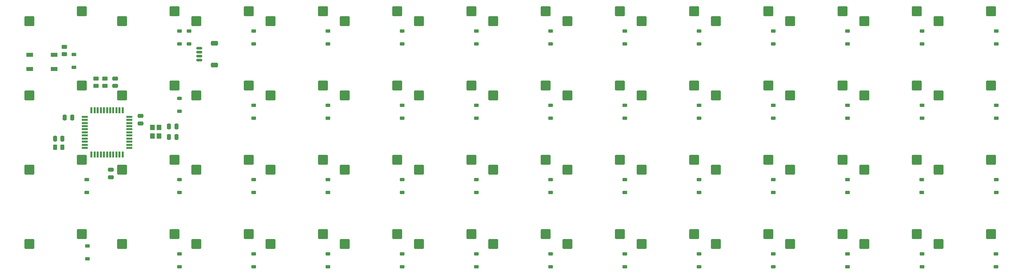
<source format=gbr>
%TF.GenerationSoftware,KiCad,Pcbnew,7.0.1-0*%
%TF.CreationDate,2023-08-02T22:10:15-05:00*%
%TF.ProjectId,pcb,7063622e-6b69-4636-9164-5f7063625858,rev?*%
%TF.SameCoordinates,Original*%
%TF.FileFunction,Paste,Bot*%
%TF.FilePolarity,Positive*%
%FSLAX46Y46*%
G04 Gerber Fmt 4.6, Leading zero omitted, Abs format (unit mm)*
G04 Created by KiCad (PCBNEW 7.0.1-0) date 2023-08-02 22:10:15*
%MOMM*%
%LPD*%
G01*
G04 APERTURE LIST*
G04 Aperture macros list*
%AMRoundRect*
0 Rectangle with rounded corners*
0 $1 Rounding radius*
0 $2 $3 $4 $5 $6 $7 $8 $9 X,Y pos of 4 corners*
0 Add a 4 corners polygon primitive as box body*
4,1,4,$2,$3,$4,$5,$6,$7,$8,$9,$2,$3,0*
0 Add four circle primitives for the rounded corners*
1,1,$1+$1,$2,$3*
1,1,$1+$1,$4,$5*
1,1,$1+$1,$6,$7*
1,1,$1+$1,$8,$9*
0 Add four rect primitives between the rounded corners*
20,1,$1+$1,$2,$3,$4,$5,0*
20,1,$1+$1,$4,$5,$6,$7,0*
20,1,$1+$1,$6,$7,$8,$9,0*
20,1,$1+$1,$8,$9,$2,$3,0*%
G04 Aperture macros list end*
%ADD10RoundRect,0.225000X0.375000X-0.225000X0.375000X0.225000X-0.375000X0.225000X-0.375000X-0.225000X0*%
%ADD11RoundRect,0.250000X-0.475000X0.250000X-0.475000X-0.250000X0.475000X-0.250000X0.475000X0.250000X0*%
%ADD12RoundRect,0.250000X-0.450000X0.262500X-0.450000X-0.262500X0.450000X-0.262500X0.450000X0.262500X0*%
%ADD13RoundRect,0.250000X1.025000X1.000000X-1.025000X1.000000X-1.025000X-1.000000X1.025000X-1.000000X0*%
%ADD14RoundRect,0.250000X-0.250000X-0.475000X0.250000X-0.475000X0.250000X0.475000X-0.250000X0.475000X0*%
%ADD15RoundRect,0.250000X0.450000X-0.262500X0.450000X0.262500X-0.450000X0.262500X-0.450000X-0.262500X0*%
%ADD16RoundRect,0.250000X0.250000X0.475000X-0.250000X0.475000X-0.250000X-0.475000X0.250000X-0.475000X0*%
%ADD17R,1.200000X1.400000*%
%ADD18RoundRect,0.250000X0.475000X-0.250000X0.475000X0.250000X-0.475000X0.250000X-0.475000X-0.250000X0*%
%ADD19RoundRect,0.150000X-0.625000X0.150000X-0.625000X-0.150000X0.625000X-0.150000X0.625000X0.150000X0*%
%ADD20RoundRect,0.250000X-0.650000X0.350000X-0.650000X-0.350000X0.650000X-0.350000X0.650000X0.350000X0*%
%ADD21RoundRect,0.250000X-0.262500X-0.450000X0.262500X-0.450000X0.262500X0.450000X-0.262500X0.450000X0*%
%ADD22R,0.550000X1.500000*%
%ADD23R,1.500000X0.550000*%
%ADD24R,1.800000X1.100000*%
G04 APERTURE END LIST*
D10*
%TO.C,D7*%
X163368756Y-33075000D03*
X163368756Y-29775000D03*
%TD*%
D11*
%TO.C,C4*%
X58075000Y-51550000D03*
X58075000Y-53450000D03*
%TD*%
D12*
%TO.C,RSW1*%
X38500000Y-33837500D03*
X38500000Y-35662500D03*
%TD*%
D10*
%TO.C,D8*%
X182418756Y-33075000D03*
X182418756Y-29775000D03*
%TD*%
%TO.C,D14*%
X40950000Y-39050000D03*
X40950000Y-35750000D03*
%TD*%
D13*
%TO.C,MX42*%
X72411942Y-84375698D03*
X85861942Y-81835698D03*
%TD*%
D10*
%TO.C,D35*%
X201468756Y-71200000D03*
X201468756Y-67900000D03*
%TD*%
%TO.C,D11*%
X239568756Y-33075000D03*
X239568756Y-29775000D03*
%TD*%
D12*
%TO.C,R3*%
X48975000Y-41962500D03*
X48975000Y-43787500D03*
%TD*%
D13*
%TO.C,MX9*%
X186712038Y-27225650D03*
X200162038Y-24685650D03*
%TD*%
%TO.C,MX3*%
X72411942Y-27225650D03*
X85861942Y-24685650D03*
%TD*%
D10*
%TO.C,D39*%
X277700000Y-71200000D03*
X277700000Y-67900000D03*
%TD*%
D13*
%TO.C,MX41*%
X53361926Y-84375698D03*
X66811926Y-81835698D03*
%TD*%
%TO.C,MX25*%
X243862086Y-46275666D03*
X257312086Y-43735666D03*
%TD*%
%TO.C,MX22*%
X186712038Y-46275666D03*
X200162038Y-43735666D03*
%TD*%
%TO.C,MX49*%
X205762054Y-84375698D03*
X219212054Y-81835698D03*
%TD*%
D10*
%TO.C,D46*%
X163368756Y-90200000D03*
X163368756Y-86900000D03*
%TD*%
%TO.C,D40*%
X44425000Y-88200000D03*
X44425000Y-84900000D03*
%TD*%
D13*
%TO.C,MX10*%
X205762054Y-27225650D03*
X219212054Y-24685650D03*
%TD*%
D14*
%TO.C,CX1*%
X65400000Y-54200000D03*
X67300000Y-54200000D03*
%TD*%
D15*
%TO.C,R2*%
X46675000Y-43787500D03*
X46675000Y-41962500D03*
%TD*%
D16*
%TO.C,C1*%
X40550000Y-51925000D03*
X38650000Y-51925000D03*
%TD*%
D10*
%TO.C,D4*%
X106218756Y-33075000D03*
X106218756Y-29775000D03*
%TD*%
D17*
%TO.C,Y1*%
X62800000Y-54475000D03*
X62800000Y-56675000D03*
X61100000Y-56675000D03*
X61100000Y-54475000D03*
%TD*%
D16*
%TO.C,C2*%
X38050000Y-57375000D03*
X36150000Y-57375000D03*
%TD*%
D13*
%TO.C,MX19*%
X129561990Y-46275666D03*
X143011990Y-43735666D03*
%TD*%
D10*
%TO.C,D29*%
X87168756Y-71200000D03*
X87168756Y-67900000D03*
%TD*%
D13*
%TO.C,MX21*%
X167662022Y-46275666D03*
X181112022Y-43735666D03*
%TD*%
D10*
%TO.C,D24*%
X239568756Y-52125000D03*
X239568756Y-48825000D03*
%TD*%
%TO.C,D31*%
X125268756Y-71200000D03*
X125268756Y-67900000D03*
%TD*%
%TO.C,D45*%
X144318756Y-90200000D03*
X144318756Y-86900000D03*
%TD*%
%TO.C,D16*%
X87168756Y-52125000D03*
X87168756Y-48825000D03*
%TD*%
%TO.C,D41*%
X68118756Y-90200000D03*
X68118756Y-86900000D03*
%TD*%
D13*
%TO.C,MX16*%
X72411942Y-46275666D03*
X85861942Y-43735666D03*
%TD*%
D10*
%TO.C,D13*%
X277675000Y-33075000D03*
X277675000Y-29775000D03*
%TD*%
D13*
%TO.C,MX32*%
X129561990Y-65325682D03*
X143011990Y-62785682D03*
%TD*%
D10*
%TO.C,D49*%
X220518756Y-90200000D03*
X220518756Y-86900000D03*
%TD*%
D13*
%TO.C,MX8*%
X167662022Y-27225650D03*
X181112022Y-24685650D03*
%TD*%
D10*
%TO.C,D51*%
X258625000Y-90200000D03*
X258625000Y-86900000D03*
%TD*%
%TO.C,D50*%
X239568756Y-90200000D03*
X239568756Y-86900000D03*
%TD*%
D18*
%TO.C,C5*%
X51600000Y-43825000D03*
X51600000Y-41925000D03*
%TD*%
D10*
%TO.C,D52*%
X277668748Y-90200000D03*
X277668748Y-86900000D03*
%TD*%
D13*
%TO.C,MX33*%
X148612006Y-65325682D03*
X162062006Y-62785682D03*
%TD*%
D10*
%TO.C,D37*%
X239568756Y-71200000D03*
X239568756Y-67900000D03*
%TD*%
%TO.C,D3*%
X87168756Y-33075000D03*
X87168756Y-29775000D03*
%TD*%
D11*
%TO.C,C3*%
X50450000Y-65350000D03*
X50450000Y-67250000D03*
%TD*%
D13*
%TO.C,MX37*%
X224812070Y-65325682D03*
X238262070Y-62785682D03*
%TD*%
D10*
%TO.C,D18*%
X125268756Y-52125000D03*
X125268756Y-48825000D03*
%TD*%
%TO.C,D28*%
X68118756Y-71200000D03*
X68118756Y-67900000D03*
%TD*%
D13*
%TO.C,MX34*%
X167662022Y-65325682D03*
X181112022Y-62785682D03*
%TD*%
%TO.C,MX28*%
X53361926Y-65325682D03*
X66811926Y-62785682D03*
%TD*%
%TO.C,MX47*%
X167662022Y-84375698D03*
X181112022Y-81835698D03*
%TD*%
D10*
%TO.C,D32*%
X144318756Y-71200000D03*
X144318756Y-67900000D03*
%TD*%
D13*
%TO.C,MX45*%
X129561990Y-84375698D03*
X143011990Y-81835698D03*
%TD*%
D10*
%TO.C,D5*%
X125268756Y-33075000D03*
X125268756Y-29775000D03*
%TD*%
D13*
%TO.C,MX4*%
X91461958Y-27225650D03*
X104911958Y-24685650D03*
%TD*%
D10*
%TO.C,D27*%
X44306252Y-71200000D03*
X44306252Y-67900000D03*
%TD*%
D13*
%TO.C,MX29*%
X72411942Y-65325682D03*
X85861942Y-62785682D03*
%TD*%
%TO.C,MX7*%
X148612006Y-27225650D03*
X162062006Y-24685650D03*
%TD*%
D10*
%TO.C,D48*%
X201468756Y-90200000D03*
X201468756Y-86900000D03*
%TD*%
%TO.C,D34*%
X182418756Y-71200000D03*
X182418756Y-67900000D03*
%TD*%
D13*
%TO.C,MX18*%
X110511974Y-46275666D03*
X123961974Y-43735666D03*
%TD*%
D10*
%TO.C,D20*%
X163368756Y-52125000D03*
X163368756Y-48825000D03*
%TD*%
D13*
%TO.C,MX39*%
X262912102Y-65325682D03*
X276362102Y-62785682D03*
%TD*%
D19*
%TO.C,J3*%
X73175000Y-34175000D03*
X73175000Y-35175000D03*
X73175000Y-36175000D03*
X73175000Y-37175000D03*
D20*
X77050000Y-32875000D03*
X77050000Y-38475000D03*
%TD*%
D13*
%TO.C,MX24*%
X224812070Y-46275666D03*
X238262070Y-43735666D03*
%TD*%
D10*
%TO.C,D19*%
X144318756Y-52125000D03*
X144318756Y-48825000D03*
%TD*%
D13*
%TO.C,MX43*%
X91461958Y-84375698D03*
X104911958Y-81835698D03*
%TD*%
%TO.C,MX13*%
X262912102Y-27225650D03*
X276362102Y-24685650D03*
%TD*%
%TO.C,MX6*%
X129561990Y-27225650D03*
X143011990Y-24685650D03*
%TD*%
%TO.C,MX36*%
X205762054Y-65325682D03*
X219212054Y-62785682D03*
%TD*%
D21*
%TO.C,R1*%
X36187500Y-59575000D03*
X38012500Y-59575000D03*
%TD*%
D10*
%TO.C,D6*%
X144318756Y-33075000D03*
X144318756Y-29775000D03*
%TD*%
D13*
%TO.C,MX30*%
X91461958Y-65325682D03*
X104911958Y-62785682D03*
%TD*%
D10*
%TO.C,D12*%
X258625000Y-33075000D03*
X258625000Y-29775000D03*
%TD*%
%TO.C,D30*%
X106218756Y-71200000D03*
X106218756Y-67900000D03*
%TD*%
%TO.C,D2*%
X68113756Y-33075000D03*
X68113756Y-29775000D03*
%TD*%
D14*
%TO.C,CX2*%
X65400000Y-56900000D03*
X67300000Y-56900000D03*
%TD*%
D13*
%TO.C,MX35*%
X186712038Y-65325682D03*
X200162038Y-62785682D03*
%TD*%
%TO.C,MX15*%
X53361926Y-46275666D03*
X66811926Y-43735666D03*
%TD*%
%TO.C,MX48*%
X186712038Y-84375698D03*
X200162038Y-81835698D03*
%TD*%
D10*
%TO.C,D33*%
X163368756Y-71200000D03*
X163368756Y-67900000D03*
%TD*%
D13*
%TO.C,MX31*%
X110511974Y-65325682D03*
X123961974Y-62785682D03*
%TD*%
D10*
%TO.C,D22*%
X201468756Y-52125000D03*
X201468756Y-48825000D03*
%TD*%
D13*
%TO.C,MX17*%
X91461958Y-46275666D03*
X104911958Y-43735666D03*
%TD*%
D10*
%TO.C,D36*%
X220518756Y-71200000D03*
X220518756Y-67900000D03*
%TD*%
D13*
%TO.C,MX51*%
X243862086Y-84375698D03*
X257312086Y-81835698D03*
%TD*%
D22*
%TO.C,U1*%
X45500000Y-50050000D03*
X46300000Y-50050000D03*
X47100000Y-50050000D03*
X47900000Y-50050000D03*
X48700000Y-50050000D03*
X49500000Y-50050000D03*
X50300000Y-50050000D03*
X51100000Y-50050000D03*
X51900000Y-50050000D03*
X52700000Y-50050000D03*
X53500000Y-50050000D03*
D23*
X55200000Y-51750000D03*
X55200000Y-52550000D03*
X55200000Y-53350000D03*
X55200000Y-54150000D03*
X55200000Y-54950000D03*
X55200000Y-55750000D03*
X55200000Y-56550000D03*
X55200000Y-57350000D03*
X55200000Y-58150000D03*
X55200000Y-58950000D03*
X55200000Y-59750000D03*
D22*
X53500000Y-61450000D03*
X52700000Y-61450000D03*
X51900000Y-61450000D03*
X51100000Y-61450000D03*
X50300000Y-61450000D03*
X49500000Y-61450000D03*
X48700000Y-61450000D03*
X47900000Y-61450000D03*
X47100000Y-61450000D03*
X46300000Y-61450000D03*
X45500000Y-61450000D03*
D23*
X43800000Y-59750000D03*
X43800000Y-58950000D03*
X43800000Y-58150000D03*
X43800000Y-57350000D03*
X43800000Y-56550000D03*
X43800000Y-55750000D03*
X43800000Y-54950000D03*
X43800000Y-54150000D03*
X43800000Y-53350000D03*
X43800000Y-52550000D03*
X43800000Y-51750000D03*
%TD*%
D13*
%TO.C,MX44*%
X110511974Y-84375698D03*
X123961974Y-81835698D03*
%TD*%
%TO.C,MX27*%
X29549406Y-65325682D03*
X42999406Y-62785682D03*
%TD*%
%TO.C,MX40*%
X29549406Y-84375698D03*
X42999406Y-81835698D03*
%TD*%
%TO.C,MX12*%
X243862086Y-27225650D03*
X257312086Y-24685650D03*
%TD*%
D10*
%TO.C,D43*%
X106218756Y-90200000D03*
X106218756Y-86900000D03*
%TD*%
%TO.C,D47*%
X182418756Y-90200000D03*
X182418756Y-86900000D03*
%TD*%
D13*
%TO.C,MX11*%
X224812070Y-27225650D03*
X238262070Y-24685650D03*
%TD*%
D10*
%TO.C,D9*%
X201468756Y-33075000D03*
X201468756Y-29775000D03*
%TD*%
D13*
%TO.C,MX23*%
X205762054Y-46275666D03*
X219212054Y-43735666D03*
%TD*%
%TO.C,MX52*%
X262912102Y-84375698D03*
X276362102Y-81835698D03*
%TD*%
D10*
%TO.C,D1*%
X70575000Y-33052500D03*
X70575000Y-29752500D03*
%TD*%
%TO.C,D21*%
X182418756Y-52125000D03*
X182418756Y-48825000D03*
%TD*%
D13*
%TO.C,MX2*%
X53361926Y-27225650D03*
X66811926Y-24685650D03*
%TD*%
%TO.C,MX50*%
X224812070Y-84375698D03*
X238262070Y-81835698D03*
%TD*%
D10*
%TO.C,D38*%
X258618756Y-71200000D03*
X258618756Y-67900000D03*
%TD*%
D13*
%TO.C,MX20*%
X148612006Y-46275666D03*
X162062006Y-43735666D03*
%TD*%
%TO.C,MX26*%
X262912102Y-46275666D03*
X276362102Y-43735666D03*
%TD*%
D10*
%TO.C,D15*%
X68118756Y-50375000D03*
X68118756Y-47075000D03*
%TD*%
D13*
%TO.C,MX1*%
X29549406Y-27225650D03*
X42999406Y-24685650D03*
%TD*%
D24*
%TO.C,SW1*%
X29675000Y-39525000D03*
X35875000Y-35825000D03*
X29675000Y-35825000D03*
X35875000Y-39525000D03*
%TD*%
D10*
%TO.C,D23*%
X220518756Y-52125000D03*
X220518756Y-48825000D03*
%TD*%
%TO.C,D25*%
X258625000Y-52125000D03*
X258625000Y-48825000D03*
%TD*%
%TO.C,D42*%
X87168756Y-90200000D03*
X87168756Y-86900000D03*
%TD*%
%TO.C,D26*%
X277675000Y-52125000D03*
X277675000Y-48825000D03*
%TD*%
D13*
%TO.C,MX38*%
X243862086Y-65325682D03*
X257312086Y-62785682D03*
%TD*%
D10*
%TO.C,D10*%
X220518756Y-33075000D03*
X220518756Y-29775000D03*
%TD*%
D13*
%TO.C,MX5*%
X110511974Y-27225650D03*
X123961974Y-24685650D03*
%TD*%
D10*
%TO.C,D44*%
X125268756Y-90200000D03*
X125268756Y-86900000D03*
%TD*%
%TO.C,D17*%
X106218756Y-52125000D03*
X106218756Y-48825000D03*
%TD*%
D13*
%TO.C,MX46*%
X148612006Y-84375698D03*
X162062006Y-81835698D03*
%TD*%
%TO.C,MX14*%
X29549406Y-46275666D03*
X42999406Y-43735666D03*
%TD*%
M02*

</source>
